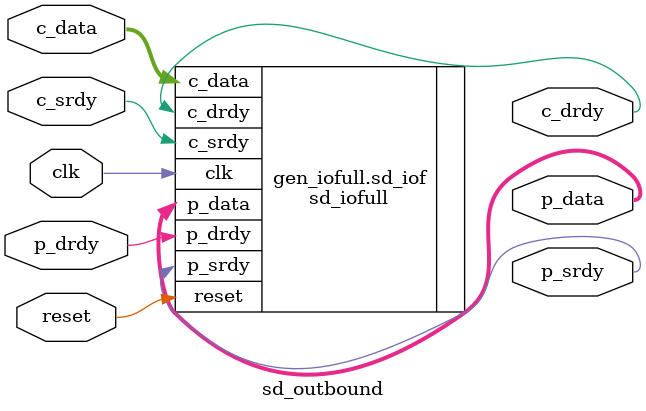
<source format=v>

module sd_outbound
  #(parameter width=8,
    parameter delay=0)
    (
     input       clk,
     input       reset,
     input       c_srdy,
     output reg     c_drdy,
     input [width-1:0] c_data,

     output      p_srdy,
     input       p_drdy,
     output  [width-1:0] p_data
     );

  generate if (delay == 0)
    begin : gen_iofull
      sd_iofull #(/*AUTOINSTPARAM*/
                  // Parameters
                  .width                (width))
      sd_iof
        (/*AUTOINST*/
         // Outputs
         .c_drdy                        (c_drdy),
         .p_srdy                        (p_srdy),
         .p_data                        (p_data[width-1:0]),
         // Inputs
         .clk                           (clk),
         .reset                         (reset),
         .c_srdy                        (c_srdy),
         .c_data                        (c_data[width-1:0]),
         .p_drdy                        (p_drdy));
    end
  else
    begin : gen_dfc
      dfc_sender #(/*AUTOINSTPARAM*/
                   // Parameters
                   .width               (width))
      dfc_tx
        (/*AUTOINST*/
         // Outputs
         .c_drdy                        (c_drdy),
         .p_srdy                        (p_srdy),
         .p_data                        (p_data[width-1:0]),
         // Inputs
         .clk                           (clk),
         .reset                         (reset),
         .c_srdy                        (c_srdy),
         .c_data                        (c_data[width-1:0]),
         .p_drdy                        (p_drdy));
    end
  endgenerate
  
endmodule // dfc_receiver
// Local Variables:
// verilog-library-directories:("." "../closure")
// End:

</source>
